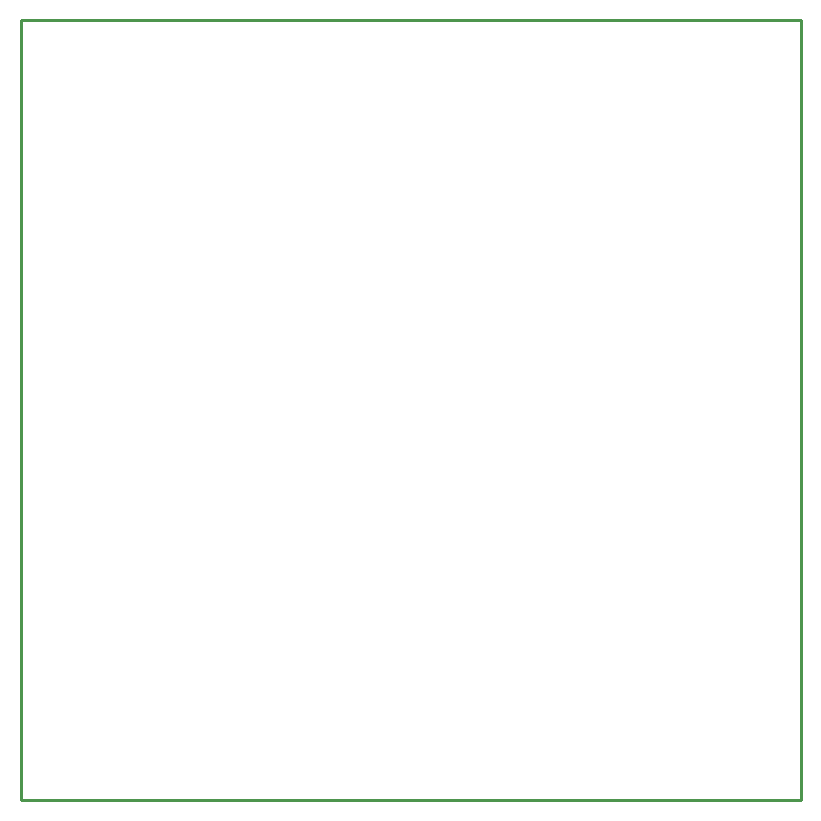
<source format=gko>
G04 EAGLE Gerber RS-274X export*
G75*
%MOMM*%
%FSLAX34Y34*%
%LPD*%
%INMechanical*%
%IPPOS*%
%AMOC8*
5,1,8,0,0,1.08239X$1,22.5*%
G01*
G04 Define Apertures*
%ADD10C,0.152400*%
%ADD11C,0.254000*%
D10*
X330000Y-330000D02*
X330000Y330000D01*
X-330000Y330000D01*
X-330000Y-330000D01*
X330000Y-330000D01*
D11*
X-330000Y-330000D02*
X330000Y-330000D01*
X330000Y330000D01*
X-330000Y330000D01*
X-330000Y-330000D01*
M02*

</source>
